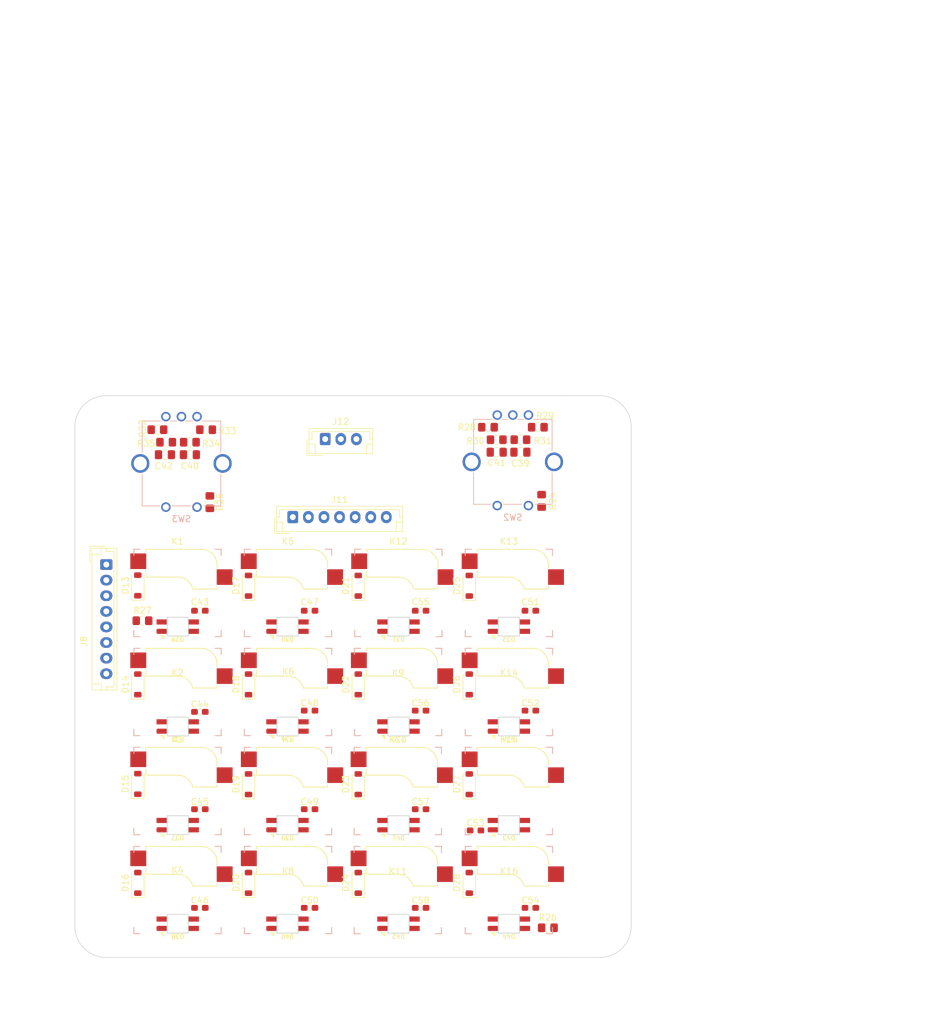
<source format=kicad_pcb>
(kicad_pcb (version 20221018) (generator pcbnew)
  (layers (0 "F.Cu" signal) (31 "B.Cu" signal) (34 "B.Paste" user) (35 "F.Paste" user) (36 "B.SilkS" user "B.Silkscreen") (37 "F.SilkS" user "F.Silkscreen") (38 "B.Mask" user) (39 "F.Mask" user) (44 "Edge.Cuts" user))
  (net 0 "")
  (footprint "Capacitor_SMD:C_0603_1608Metric_Pad1.08x0.95mm_HandSolder" (layer "F.Cu") (at 151.5028 109.185534)
    (fp_text reference "C56" (at 0 -1.2) (layer "F.SilkS"))
    (fp_text value "100n")
    (pad "1" smd roundrect (at -0.8625 0) (size 1.075 0.95) (layers "F.Cu" "F.Paste" "F.Mask"))
    (pad "2" smd roundrect (at 0.8625 0) (size 1.075 0.95) (layers "F.Cu" "F.Paste" "F.Mask"))
  )
  (footprint "Capacitor_SMD:C_0603_1608Metric_Pad1.08x0.95mm_HandSolder" (layer "F.Cu") (at 116.1028 93.185534)
    (fp_text reference "C43" (at 0 -1.4 180) (layer "F.SilkS"))
    (fp_text value "100n")
    (pad "1" smd roundrect (at -0.8625 0) (size 1.075 0.95) (layers "F.Cu" "F.Paste" "F.Mask"))
    (pad "2" smd roundrect (at 0.8625 0) (size 1.075 0.95) (layers "F.Cu" "F.Paste" "F.Mask"))
  )
  (footprint "Capacitor_SMD:C_0805_2012Metric_Pad1.18x1.45mm_HandSolder" (layer "F.Cu") (at 167.5028 67.785534)
    (fp_text reference "C39" (at 0 1.8) (layer "F.SilkS"))
    (fp_text value "100n")
    (pad "1" smd roundrect (at -1.0375 0) (size 1.175 1.45) (layers "F.Cu" "F.Paste" "F.Mask") (roundrect_rratio 0.212766))
    (pad "2" smd roundrect (at 1.0375 0) (size 1.175 1.45) (layers "F.Cu" "F.Paste" "F.Mask") (roundrect_rratio 0.212766))
  )
  (footprint "Resistor_SMD:R_0805_2012Metric_Pad1.20x1.40mm_HandSolder" (layer "F.Cu") (at 171.9028 143.985534)
    (fp_text reference "R26" (at 0 -1.65) (layer "F.SilkS"))
    (fp_text value "500")
    (pad "1" smd roundrect (at -1 0) (size 1.2 1.4) (layers "F.Cu" "F.Paste" "F.Mask") (roundrect_rratio 0.208333))
    (pad "2" smd roundrect (at 1 0) (size 1.2 1.4) (layers "F.Cu" "F.Paste" "F.Mask") (roundrect_rratio 0.208333))
  )
  (footprint "KicadFootprints:SK6812-MINI-E" (layer "F.Cu") (at 165.6528 111.735534 180)
    (fp_text reference "D36" (at 0 -2 180 unlocked) (layer "F.SilkS") (effects (font (size 0.7 0.7))))
    (fp_text value "SK6812MINI" hide)
    (fp_line (start -1.7 -1.5) (end 1.7 -1.5) (stroke (width 0.12)) (layer "Edge.Cuts"))
    (fp_line (start -1.7 1.5) (end -1.7 -1.5) (stroke (width 0.12)) (layer "Edge.Cuts"))
    (fp_line (start 1.7 -1.5) (end 1.7 1.5) (stroke (width 0.12)) (layer "Edge.Cuts"))
    (fp_line (start 1.7 1.5) (end -1.7 1.5) (stroke (width 0.12)) (layer "Edge.Cuts"))
    (pad "1" smd rect (at -2.55 0.75 180) (size 1.7 0.82) (layers "F.Cu" "F.Paste" "F.Mask"))
    (pad "2" smd rect (at -2.55 -0.75 180) (size 1.7 0.82) (layers "F.Cu" "F.Paste" "F.Mask"))
    (pad "3" smd roundrect (at 2.55 -0.75 180) (size 1.7 0.82) (layers "F.Cu" "F.Paste" "F.Mask"))
    (pad "4" smd rect (at 2.55 0.75 180) (size 1.7 0.82) (layers "F.Cu" "F.Paste" "F.Mask"))
  )
  (footprint "Capacitor_SMD:C_0805_2012Metric_Pad1.18x1.45mm_HandSolder" (layer "F.Cu") (at 163.7028 67.785534 180)
    (fp_text reference "C41" (at 0 -1.68) (layer "F.SilkS"))
    (fp_text value "100n")
    (pad "1" smd roundrect (at -1.0375 0 180) (size 1.175 1.45) (layers "F.Cu" "F.Paste" "F.Mask") (roundrect_rratio 0.212766))
    (pad "2" smd roundrect (at 1.0375 0 180) (size 1.175 1.45) (layers "F.Cu" "F.Paste" "F.Mask") (roundrect_rratio 0.212766))
  )
  (footprint "Diode_SMD:D_SOD-123" (layer "F.Cu") (at 159.3028 120.985534 90)
    (fp_text reference "D27" (at 0 -2 90) (layer "F.SilkS"))
    (fp_text value "1N4148")
    (pad "1" smd roundrect (at -1.65 0 90) (size 0.9 1.2) (layers "F.Cu" "F.Paste" "F.Mask"))
    (pad "2" smd roundrect (at 1.65 0 90) (size 0.9 1.2) (layers "F.Cu" "F.Paste" "F.Mask"))
  )
  (footprint "Resistor_SMD:R_0805_2012Metric_Pad1.20x1.40mm_HandSolder" (layer "F.Cu") (at 170.3028 63.785534 180)
    (fp_text reference "R29" (at -1.161666 1.85) (layer "F.SilkS"))
    (fp_text value "10K")
    (pad "1" smd roundrect (at -1 0 180) (size 1.2 1.4) (layers "F.Cu" "F.Paste" "F.Mask") (roundrect_rratio 0.208333))
    (pad "2" smd roundrect (at 1 0 180) (size 1.2 1.4) (layers "F.Cu" "F.Paste" "F.Mask") (roundrect_rratio 0.208333))
  )
  (footprint "Capacitor_SMD:C_0805_2012Metric_Pad1.18x1.45mm_HandSolder" (layer "F.Cu") (at 114.5028 68.185534)
    (fp_text reference "C40" (at 0 1.8) (layer "F.SilkS"))
    (fp_text value "100n")
    (pad "1" smd roundrect (at -1.0375 0) (size 1.175 1.45) (layers "F.Cu" "F.Paste" "F.Mask") (roundrect_rratio 0.212766))
    (pad "2" smd roundrect (at 1.0375 0) (size 1.175 1.45) (layers "F.Cu" "F.Paste" "F.Mask") (roundrect_rratio 0.212766))
  )
  (footprint "Resistor_SMD:R_0805_2012Metric_Pad1.20x1.40mm_HandSolder" (layer "F.Cu") (at 167.5028 65.785534 180)
    (fp_text reference "R31" (at -3.6 -0.2) (layer "F.SilkS"))
    (fp_text value "10K")
    (pad "1" smd roundrect (at -1 0 180) (size 1.2 1.4) (layers "F.Cu" "F.Paste" "F.Mask") (roundrect_rratio 0.208333))
    (pad "2" smd roundrect (at 1 0 180) (size 1.2 1.4) (layers "F.Cu" "F.Paste" "F.Mask") (roundrect_rratio 0.208333))
  )
  (footprint "Diode_SMD:D_SOD-123" (layer "F.Cu") (at 159.3028 89.185534 90)
    (fp_text reference "D25" (at 0 -2 90) (layer "F.SilkS"))
    (fp_text value "1N4148")
    (pad "1" smd roundrect (at -1.65 0 90) (size 0.9 1.2) (layers "F.Cu" "F.Paste" "F.Mask"))
    (pad "2" smd roundrect (at 1.65 0 90) (size 0.9 1.2) (layers "F.Cu" "F.Paste" "F.Mask"))
  )
  (footprint "Resistor_SMD:R_0805_2012Metric_Pad1.20x1.40mm_HandSolder" (layer "F.Cu") (at 162.3028 63.785534 180)
    (fp_text reference "R28" (at 3.4 0) (layer "F.SilkS"))
    (fp_text value "10K")
    (pad "1" smd roundrect (at -1 0 180) (size 1.2 1.4) (layers "F.Cu" "F.Paste" "F.Mask") (roundrect_rratio 0.208333))
    (pad "2" smd roundrect (at 1 0 180) (size 1.2 1.4) (layers "F.Cu" "F.Paste" "F.Mask") (roundrect_rratio 0.208333))
  )
  (footprint "Diode_SMD:D_SOD-123" (layer "F.Cu") (at 141.5028 104.985534 90)
    (fp_text reference "D22" (at 0 -2 90) (layer "F.SilkS"))
    (fp_text value "1N4148")
    (pad "1" smd roundrect (at -1.65 0 90) (size 0.9 1.2) (layers "F.Cu" "F.Paste" "F.Mask"))
    (pad "2" smd roundrect (at 1.65 0 90) (size 0.9 1.2) (layers "F.Cu" "F.Paste" "F.Mask"))
  )
  (footprint "Diode_SMD:D_SOD-123" (layer "F.Cu") (at 123.9028 104.985534 90)
    (fp_text reference "D18" (at 0 -2 90) (layer "F.SilkS"))
    (fp_text value "1N4148")
    (pad "1" smd roundrect (at -1.65 0 90) (size 0.9 1.2) (layers "F.Cu" "F.Paste" "F.Mask"))
    (pad "2" smd roundrect (at 1.65 0 90) (size 0.9 1.2) (layers "F.Cu" "F.Paste" "F.Mask"))
  )
  (footprint "KicadFootprints:SK6812-MINI-E" (layer "F.Cu") (at 147.9528 95.735534 180)
    (fp_text reference "D31" (at 0 -2 180 unlocked) (layer "F.SilkS") (effects (font (size 0.7 0.7))))
    (fp_text value "SK6812MINI" hide)
    (fp_line (start -1.7 -1.5) (end 1.7 -1.5) (stroke (width 0.12)) (layer "Edge.Cuts"))
    (fp_line (start -1.7 1.5) (end -1.7 -1.5) (stroke (width 0.12)) (layer "Edge.Cuts"))
    (fp_line (start 1.7 -1.5) (end 1.7 1.5) (stroke (width 0.12)) (layer "Edge.Cuts"))
    (fp_line (start 1.7 1.5) (end -1.7 1.5) (stroke (width 0.12)) (layer "Edge.Cuts"))
    (pad "1" smd rect (at -2.55 0.75 180) (size 1.7 0.82) (layers "F.Cu" "F.Paste" "F.Mask"))
    (pad "2" smd rect (at -2.55 -0.75 180) (size 1.7 0.82) (layers "F.Cu" "F.Paste" "F.Mask"))
    (pad "3" smd roundrect (at 2.55 -0.75 180) (size 1.7 0.82) (layers "F.Cu" "F.Paste" "F.Mask"))
    (pad "4" smd rect (at 2.55 0.75 180) (size 1.7 0.82) (layers "F.Cu" "F.Paste" "F.Mask"))
  )
  (footprint "Diode_SMD:D_SOD-123" (layer "F.Cu") (at 159.3028 136.785534 90)
    (fp_text reference "D28" (at 0 -2 90) (layer "F.SilkS"))
    (fp_text value "1N4148")
    (pad "1" smd roundrect (at -1.65 0 90) (size 0.9 1.2) (layers "F.Cu" "F.Paste" "F.Mask"))
    (pad "2" smd roundrect (at 1.65 0 90) (size 0.9 1.2) (layers "F.Cu" "F.Paste" "F.Mask"))
  )
  (footprint "KicadFootprints:SK6812-MINI-E" (layer "F.Cu") (at 147.9528 111.735534 180)
    (fp_text reference "D35" (at 0 -2 180 unlocked) (layer "F.SilkS") (effects (font (size 0.7 0.7))))
    (fp_text value "SK6812MINI" hide)
    (fp_line (start -1.7 -1.5) (end 1.7 -1.5) (stroke (width 0.12)) (layer "Edge.Cuts"))
    (fp_line (start -1.7 1.5) (end -1.7 -1.5) (stroke (width 0.12)) (layer "Edge.Cuts"))
    (fp_line (start 1.7 -1.5) (end 1.7 1.5) (stroke (width 0.12)) (layer "Edge.Cuts"))
    (fp_line (start 1.7 1.5) (end -1.7 1.5) (stroke (width 0.12)) (layer "Edge.Cuts"))
    (pad "1" smd rect (at -2.55 0.75 180) (size 1.7 0.82) (layers "F.Cu" "F.Paste" "F.Mask"))
    (pad "2" smd rect (at -2.55 -0.75 180) (size 1.7 0.82) (layers "F.Cu" "F.Paste" "F.Mask"))
    (pad "3" smd roundrect (at 2.55 -0.75 180) (size 1.7 0.82) (layers "F.Cu" "F.Paste" "F.Mask"))
    (pad "4" smd rect (at 2.55 0.75 180) (size 1.7 0.82) (layers "F.Cu" "F.Paste" "F.Mask"))
  )
  (footprint "Diode_SMD:D_SOD-123" (layer "F.Cu") (at 106.1528 89.135534 90)
    (fp_text reference "D13" (at 0 -2 90) (layer "F.SilkS"))
    (fp_text value "1N4148")
    (pad "1" smd roundrect (at -1.65 0 90) (size 0.9 1.2) (layers "F.Cu" "F.Paste" "F.Mask"))
    (pad "2" smd roundrect (at 1.65 0 90) (size 0.9 1.2) (layers "F.Cu" "F.Paste" "F.Mask"))
  )
  (footprint "MountingHole:MountingHole_3.2mm_M3_DIN965" (layer "F.Cu") (at 180.264466 143.735534)
    (fp_text reference "H7" hide)
    (fp_text value "MountingHole")
    (pad "" np_thru_hole circle (at 0 0) (size 3.2 3.2) (drill 3.2) (layers "*.Cu" "*.Mask"))
  )
  (footprint "KicadFootprints:SK6812-MINI-E" (layer "F.Cu") (at 130.1528 127.535534 180)
    (fp_text reference "D39" (at 0 -2 180 unlocked) (layer "F.SilkS") (effects (font (size 0.7 0.7))))
    (fp_text value "SK6812MINI" hide)
    (fp_line (start -1.7 -1.5) (end 1.7 -1.5) (stroke (width 0.12)) (layer "Edge.Cuts"))
    (fp_line (start -1.7 1.5) (end -1.7 -1.5) (stroke (width 0.12)) (layer "Edge.Cuts"))
    (fp_line (start 1.7 -1.5) (end 1.7 1.5) (stroke (width 0.12)) (layer "Edge.Cuts"))
    (fp_line (start 1.7 1.5) (end -1.7 1.5) (stroke (width 0.12)) (layer "Edge.Cuts"))
    (pad "1" smd rect (at -2.55 0.75 180) (size 1.7 0.82) (layers "F.Cu" "F.Paste" "F.Mask"))
    (pad "2" smd rect (at -2.55 -0.75 180) (size 1.7 0.82) (layers "F.Cu" "F.Paste" "F.Mask"))
    (pad "3" smd roundrect (at 2.55 -0.75 180) (size 1.7 0.82) (layers "F.Cu" "F.Paste" "F.Mask"))
    (pad "4" smd rect (at 2.55 0.75 180) (size 1.7 0.82) (layers "F.Cu" "F.Paste" "F.Mask"))
  )
  (footprint "Resistor_SMD:R_0805_2012Metric_Pad1.20x1.40mm_HandSolder" (layer "F.Cu") (at 117.7028 75.785534 -90)
    (fp_text reference "R25" (at 0 -1.65 90) (layer "F.SilkS"))
    (fp_text value "10K")
    (pad "1" smd roundrect (at -1 0 270) (size 1.2 1.4) (layers "F.Cu" "F.Paste" "F.Mask") (roundrect_rratio 0.208333))
    (pad "2" smd roundrect (at 1 0 270) (size 1.2 1.4) (layers "F.Cu" "F.Paste" "F.Mask") (roundrect_rratio 0.208333))
  )
  (footprint "KicadFootprints:SK6812-MINI-E" (layer "F.Cu") (at 165.6528 143.335534 180)
    (fp_text reference "D44" (at 0 -2 180 unlocked) (layer "F.SilkS") (effects (font (size 0.7 0.7))))
    (fp_text value "SK6812MINI" hide)
    (fp_line (start -1.7 -1.5) (end 1.7 -1.5) (stroke (width 0.12)) (layer "Edge.Cuts"))
    (fp_line (start -1.7 1.5) (end -1.7 -1.5) (stroke (width 0.12)) (layer "Edge.Cuts"))
    (fp_line (start 1.7 -1.5) (end 1.7 1.5) (stroke (width 0.12)) (layer "Edge.Cuts"))
    (fp_line (start 1.7 1.5) (end -1.7 1.5) (stroke (width 0.12)) (layer "Edge.Cuts"))
    (pad "1" smd rect (at -2.55 0.75 180) (size 1.7 0.82) (layers "F.Cu" "F.Paste" "F.Mask"))
    (pad "2" smd rect (at -2.55 -0.75 180) (size 1.7 0.82) (layers "F.Cu" "F.Paste" "F.Mask"))
    (pad "3" smd roundrect (at 2.55 -0.75 180) (size 1.7 0.82) (layers "F.Cu" "F.Paste" "F.Mask"))
    (pad "4" smd rect (at 2.55 0.75 180) (size 1.7 0.82) (layers "F.Cu" "F.Paste" "F.Mask"))
  )
  (footprint "Capacitor_SMD:C_0603_1608Metric_Pad1.08x0.95mm_HandSolder" (layer "F.Cu") (at 151.5028 124.985534)
    (fp_text reference "C57" (at 0 -1.2) (layer "F.SilkS"))
    (fp_text value "100n")
    (pad "1" smd roundrect (at -0.8625 0) (size 1.075 0.95) (layers "F.Cu" "F.Paste" "F.Mask"))
    (pad "2" smd roundrect (at 0.8625 0) (size 1.075 0.95) (layers "F.Cu" "F.Paste" "F.Mask"))
  )
  (footprint "Capacitor_SMD:C_0603_1608Metric_Pad1.08x0.95mm_HandSolder" (layer "F.Cu") (at 133.7028 93.185534)
    (fp_text reference "C47" (at 0 -1.4) (layer "F.SilkS"))
    (fp_text value "100n")
    (pad "1" smd roundrect (at -0.8625 0) (size 1.075 0.95) (layers "F.Cu" "F.Paste" "F.Mask"))
    (pad "2" smd roundrect (at 0.8625 0) (size 1.075 0.95) (layers "F.Cu" "F.Paste" "F.Mask"))
  )
  (footprint "Resistor_SMD:R_0805_2012Metric_Pad1.20x1.40mm_HandSolder" (layer "F.Cu") (at 170.9028 75.585534 -90)
    (fp_text reference "R24" (at 0 -1.8 90) (layer "F.SilkS"))
    (fp_text value "10K")
    (pad "1" smd roundrect (at -1 0 270) (size 1.2 1.4) (layers "F.Cu" "F.Paste" "F.Mask") (roundrect_rratio 0.208333))
    (pad "2" smd roundrect (at 1 0 270) (size 1.2 1.4) (layers "F.Cu" "F.Paste" "F.Mask") (roundrect_rratio 0.208333))
  )
  (footprint "Capacitor_SMD:C_0603_1608Metric_Pad1.08x0.95mm_HandSolder" (layer "F.Cu") (at 151.5028 140.785534)
    (fp_text reference "C58" (at 0 -1.2) (layer "F.SilkS"))
    (fp_text value "100n")
    (pad "1" smd roundrect (at -0.8625 0) (size 1.075 0.95) (layers "F.Cu" "F.Paste" "F.Mask"))
    (pad "2" smd roundrect (at 0.8625 0) (size 1.075 0.95) (layers "F.Cu" "F.Paste" "F.Mask"))
  )
  (footprint "KicadFootprints:SK6812-MINI-E" (layer "F.Cu") (at 130.1528 143.335534 180)
    (fp_text reference "D40" (at 0 -2 180 unlocked) (layer "F.SilkS") (effects (font (size 0.7 0.7))))
    (fp_text value "SK6812MINI" hide)
    (fp_line (start -1.7 -1.5) (end 1.7 -1.5) (stroke (width 0.12)) (layer "Edge.Cuts"))
    (fp_line (start -1.7 1.5) (end -1.7 -1.5) (stroke (width 0.12)) (layer "Edge.Cuts"))
    (fp_line (start 1.7 -1.5) (end 1.7 1.5) (stroke (width 0.12)) (layer "Edge.Cuts"))
    (fp_line (start 1.7 1.5) (end -1.7 1.5) (stroke (width 0.12)) (layer "Edge.Cuts"))
    (pad "1" smd rect (at -2.55 0.75 180) (size 1.7 0.82) (layers "F.Cu" "F.Paste" "F.Mask"))
    (pad "2" smd rect (at -2.55 -0.75 180) (size 1.7 0.82) (layers "F.Cu" "F.Paste" "F.Mask"))
    (pad "3" smd roundrect (at 2.55 -0.75 180) (size 1.7 0.82) (layers "F.Cu" "F.Paste" "F.Mask"))
    (pad "4" smd rect (at 2.55 0.75 180) (size 1.7 0.82) (layers "F.Cu" "F.Paste" "F.Mask"))
  )
  (footprint "Diode_SMD:D_SOD-123" (layer "F.Cu") (at 106.1528 136.785534 90)
    (fp_text reference "D16" (at 0 -2 90) (layer "F.SilkS"))
    (fp_text value "1N4148")
    (pad "1" smd roundrect (at -1.65 0 90) (size 0.9 1.2) (layers "F.Cu" "F.Paste" "F.Mask"))
    (pad "2" smd roundrect (at 1.65 0 90) (size 0.9 1.2) (layers "F.Cu" "F.Paste" "F.Mask"))
  )
  (footprint "Connector_JST:JST_EH_B8B-EH-A_1x08_P2.50mm_Vertical" (layer "F.Cu") (at 101.1028 85.785534 -90)
    (fp_text reference "J8" (at 12.3 3.6 90) (layer "F.SilkS"))
    (fp_text value "Matrix")
    (pad "1" thru_hole roundrect (at 0 0 270) (size 1.7 1.95) (drill 0.95) (layers "*.Cu" "*.Mask") (roundrect_rratio 0.147059))
    (pad "2" thru_hole oval (at 2.5 0 270) (size 1.7 1.95) (drill 0.95) (layers "*.Cu" "*.Mask"))
    (pad "3" thru_hole oval (at 5 0 270) (size 1.7 1.95) (drill 0.95) (layers "*.Cu" "*.Mask"))
    (pad "4" thru_hole oval (at 7.5 0 270) (size 1.7 1.95) (drill 0.95) (layers "*.Cu" "*.Mask"))
    (pad "5" thru_hole oval (at 10 0 270) (size 1.7 1.95) (drill 0.95) (layers "*.Cu" "*.Mask"))
    (pad "6" thru_hole oval (at 12.5 0 270) (size 1.7 1.95) (drill 0.95) (layers "*.Cu" "*.Mask"))
    (pad "7" thru_hole oval (at 15 0 270) (size 1.7 1.95) (drill 0.95) (layers "*.Cu" "*.Mask"))
    (pad "8" thru_hole oval (at 17.5 0 270) (size 1.7 1.95) (drill 0.95) (layers "*.Cu" "*.Mask"))
  )
  (footprint "KicadFootprints:SK6812-MINI-E" (layer "F.Cu") (at 112.5528 143.335534 180)
    (fp_text reference "D38" (at 0 -2 180 unlocked) (layer "F.SilkS") (effects (font (size 0.7 0.7))))
    (fp_text value "SK6812MINI" hide)
    (fp_line (start -1.7 -1.5) (end 1.7 -1.5) (stroke (width 0.12)) (layer "Edge.Cuts"))
    (fp_line (start -1.7 1.5) (end -1.7 -1.5) (stroke (width 0.12)) (layer "Edge.Cuts"))
    (fp_line (start 1.7 -1.5) (end 1.7 1.5) (stroke (width 0.12)) (layer "Edge.Cuts"))
    (fp_line (start 1.7 1.5) (end -1.7 1.5) (stroke (width 0.12)) (layer "Edge.Cuts"))
    (pad "1" smd rect (at -2.55 0.75 180) (size 1.7 0.82) (layers "F.Cu" "F.Paste" "F.Mask"))
    (pad "2" smd rect (at -2.55 -0.75 180) (size 1.7 0.82) (layers "F.Cu" "F.Paste" "F.Mask"))
    (pad "3" smd roundrect (at 2.55 -0.75 180) (size 1.7 0.82) (layers "F.Cu" "F.Paste" "F.Mask"))
    (pad "4" smd rect (at 2.55 0.75 180) (size 1.7 0.82) (layers "F.Cu" "F.Paste" "F.Mask"))
  )
  (footprint "Resistor_SMD:R_0805_2012Metric_Pad1.20x1.40mm_HandSolder" (layer "F.Cu") (at 117.1028 64.185534 180)
    (fp_text reference "R33" (at -3.4 -0.2) (layer "F.SilkS"))
    (fp_text value "10K")
    (pad "1" smd roundrect (at -1 0 180) (size 1.2 1.4) (layers "F.Cu" "F.Paste" "F.Mask") (roundrect_rratio 0.208333))
    (pad "2" smd roundrect (at 1 0 180) (size 1.2 1.4) (layers "F.Cu" "F.Paste" "F.Mask") (roundrect_rratio 0.208333))
  )
  (footprint "Capacitor_SMD:C_0603_1608Metric_Pad1.08x0.95mm_HandSolder" (layer "F.Cu") (at 169.1028 93.185534)
    (fp_text reference "C51" (at 0 -1.4) (layer "F.SilkS"))
    (fp_text value "100n")
    (pad "1" smd roundrect (at -0.8625 0) (size 1.075 0.95) (layers "F.Cu" "F.Paste" "F.Mask"))
    (pad "2" smd roundrect (at 0.8625 0) (size 1.075 0.95) (layers "F.Cu" "F.Paste" "F.Mask"))
  )
  (footprint "KicadFootprints:SK6812-MINI-E" (layer "F.Cu") (at 130.1528 111.735534 180)
    (fp_text reference "D34" (at 0 -2 180 unlocked) (layer "F.SilkS") (effects (font (size 0.7 0.7))))
    (fp_text value "SK6812MINI" hide)
    (fp_line (start -1.7 -1.5) (end 1.7 -1.5) (stroke (width 0.12)) (layer "Edge.Cuts"))
    (fp_line (start -1.7 1.5) (end -1.7 -1.5) (stroke (width 0.12)) (layer "Edge.Cuts"))
    (fp_line (start 1.7 -1.5) (end 1.7 1.5) (stroke (width 0.12)) (layer "Edge.Cuts"))
    (fp_line (start 1.7 1.5) (end -1.7 1.5) (stroke (width 0.12)) (layer "Edge.Cuts"))
    (pad "1" smd rect (at -2.55 0.75 180) (size 1.7 0.82) (layers "F.Cu" "F.Paste" "F.Mask"))
    (pad "2" smd rect (at -2.55 -0.75 180) (size 1.7 0.82) (layers "F.Cu" "F.Paste" "F.Mask"))
    (pad "3" smd roundrect (at 2.55 -0.75 180) (size 1.7 0.82) (layers "F.Cu" "F.Paste" "F.Mask"))
    (pad "4" smd rect (at 2.55 0.75 180) (size 1.7 0.82) (layers "F.Cu" "F.Paste" "F.Mask"))
  )
  (footprint "Resistor_SMD:R_0805_2012Metric_Pad1.20x1.40mm_HandSolder" (layer "F.Cu") (at 114.5028 66.185534 180)
    (fp_text reference "R35" (at 7 -0.2) (layer "F.SilkS"))
    (fp_text value "10K")
    (pad "1" smd roundrect (at -1 0 180) (size 1.2 1.4) (layers "F.Cu" "F.Paste" "F.Mask") (roundrect_rratio 0.208333))
    (pad "2" smd roundrect (at 1 0 180) (size 1.2 1.4) (layers "F.Cu" "F.Paste" "F.Mask") (roundrect_rratio 0.208333))
  )
  (footprint "Capacitor_SMD:C_0603_1608Metric_Pad1.08x0.95mm_HandSolder" (layer "F.Cu") (at 116.1028 140.785534)
    (fp_text reference "C46" (at 0 -1.2) (layer "F.SilkS"))
    (fp_text value "100n")
    (pad "1" smd roundrect (at -0.8625 0) (size 1.075 0.95) (layers "F.Cu" "F.Paste" "F.Mask"))
    (pad "2" smd roundrect (at 0.8625 0) (size 1.075 0.95) (layers "F.Cu" "F.Paste" "F.Mask"))
  )
  (footprint "Diode_SMD:D_SOD-123" (layer "F.Cu") (at 141.5028 89.185534 90)
    (fp_text reference "D21" (at 0 -2 90) (layer "F.SilkS"))
    (fp_text value "1N4148")
    (pad "1" smd roundrect (at -1.65 0 90) (size 0.9 1.2) (layers "F.Cu" "F.Paste" "F.Mask"))
    (pad "2" smd roundrect (at 1.65 0 90) (size 0.9 1.2) (layers "F.Cu" "F.Paste" "F.Mask"))
  )
  (footprint "KicadFootprints:SK6812-MINI-E" (layer "F.Cu") (at 112.5528 95.735534 180)
    (fp_text reference "D29" (at 0 -2 180 unlocked) (layer "F.SilkS") (effects (font (size 0.7 0.7))))
    (fp_text value "SK6812MINI" hide)
    (fp_line (start -1.7 -1.5) (end 1.7 -1.5) (stroke (width 0.12)) (layer "Edge.Cuts"))
    (fp_line (start -1.7 1.5) (end -1.7 -1.5) (stroke (width 0.12)) (layer "Edge.Cuts"))
    (fp_line (start 1.7 -1.5) (end 1.7 1.5) (stroke (width 0.12)) (layer "Edge.Cuts"))
    (fp_line (start 1.7 1.5) (end -1.7 1.5) (stroke (width 0.12)) (layer "Edge.Cuts"))
    (pad "1" smd rect (at -2.55 0.75 180) (size 1.7 0.82) (layers "F.Cu" "F.Paste" "F.Mask"))
    (pad "2" smd rect (at -2.55 -0.75 180) (size 1.7 0.82) (layers "F.Cu" "F.Paste" "F.Mask"))
    (pad "3" smd roundrect (at 2.55 -0.75 180) (size 1.7 0.82) (layers "F.Cu" "F.Paste" "F.Mask"))
    (pad "4" smd rect (at 2.55 0.75 180) (size 1.7 0.82) (layers "F.Cu" "F.Paste" "F.Mask"))
  )
  (footprint "KicadFootprints:SK6812-MINI-E" (layer "F.Cu") (at 165.6528 127.535534 180)
    (fp_text reference "D43" (at 0 -2 180 unlocked) (layer "F.SilkS") (effects (font (size 0.7 0.7))))
    (fp_text value "SK6812MINI" hide)
    (fp_line (start -1.7 -1.5) (end 1.7 -1.5) (stroke (width 0.12)) (layer "Edge.Cuts"))
    (fp_line (start -1.7 1.5) (end -1.7 -1.5) (stroke (width 0.12)) (layer "Edge.Cuts"))
    (fp_line (start 1.7 -1.5) (end 1.7 1.5) (stroke (width 0.12)) (layer "Edge.Cuts"))
    (fp_line (start 1.7 1.5) (end -1.7 1.5) (stroke (width 0.12)) (layer "Edge.Cuts"))
    (pad "1" smd rect (at -2.55 0.75 180) (size 1.7 0.82) (layers "F.Cu" "F.Paste" "F.Mask"))
    (pad "2" smd rect (at -2.55 -0.75 180) (size 1.7 0.82) (layers "F.Cu" "F.Paste" "F.Mask"))
    (pad "3" smd roundrect (at 2.55 -0.75 180) (size 1.7 0.82) (layers "F.Cu" "F.Paste" "F.Mask"))
    (pad "4" smd rect (at 2.55 0.75 180) (size 1.7 0.82) (layers "F.Cu" "F.Paste" "F.Mask"))
  )
  (footprint "MountingHole:MountingHole_3.2mm_M3_DIN965" (layer "F.Cu") (at 101.064466 63.735534)
    (fp_text reference "H5" hide)
    (fp_text value "MountingHole")
    (pad "" np_thru_hole circle (at 0 0) (size 3.2 3.2) (drill 3.2) (layers "*.Cu" "*.Mask"))
  )
  (footprint "Capacitor_SMD:C_0603_1608Metric_Pad1.08x0.95mm_HandSolder" (layer "F.Cu") (at 116.1028 124.985534)
    (fp_text reference "C45" (at 0 -1.2) (layer "F.SilkS"))
    (fp_text value "100n")
    (pad "1" smd roundrect (at -0.8625 0) (size 1.075 0.95) (layers "F.Cu" "F.Paste" "F.Mask"))
    (pad "2" smd roundrect (at 0.8625 0) (size 1.075 0.95) (layers "F.Cu" "F.Paste" "F.Mask"))
  )
  (footprint "MountingHole:MountingHole_3.2mm_M3_DIN965" (layer "F.Cu") (at 101.064466 143.735534)
    (fp_text reference "H8" hide)
    (fp_text value "MountingHole")
    (pad "" np_thru_hole circle (at 0 0) (size 3.2 3.2) (drill 3.2) (layers "*.Cu" "*.Mask"))
  )
  (footprint "KicadFootprints:SK6812-MINI-E" (layer "F.Cu") (at 112.5528 111.735534 180)
    (fp_text reference "D33" (at 0 -2 180 unlocked) (layer "F.SilkS") (effects (font (size 0.7 0.7))))
    (fp_text value "SK6812MINI" hide)
    (fp_line (start -1.7 -1.5) (end 1.7 -1.5) (stroke (width 0.12)) (layer "Edge.Cuts"))
    (fp_line (start -1.7 1.5) (end -1.7 -1.5) (stroke (width 0.12)) (layer "Edge.Cuts"))
    (fp_line (start 1.7 -1.5) (end 1.7 1.5) (stroke (width 0.12)) (layer "Edge.Cuts"))
    (fp_line (start 1.7 1.5) (end -1.7 1.5) (stroke (width 0.12)) (layer "Edge.Cuts"))
    (pad "1" smd rect (at -2.55 0.75 180) (size 1.7 0.82) (layers "F.Cu" "F.Paste" "F.Mask"))
    (pad "2" smd rect (at -2.55 -0.75 180) (size 1.7 0.82) (layers "F.Cu" "F.Paste" "F.Mask"))
    (pad "3" smd roundrect (at 2.55 -0.75 180) (size 1.7 0.82) (layers "F.Cu" "F.Paste" "F.Mask"))
    (pad "4" smd rect (at 2.55 0.75 180) (size 1.7 0.82) (layers "F.Cu" "F.Paste" "F.Mask"))
  )
  (footprint "Diode_SMD:D_SOD-123" (layer "F.Cu") (at 106.1528 104.985534 90)
    (fp_text reference "D14" (at 0 -2 90) (layer "F.SilkS"))
    (fp_text value "1N4148")
    (pad "1" smd roundrect (at -1.65 0 90) (size 0.9 1.2) (layers "F.Cu" "F.Paste" "F.Mask"))
    (pad "2" smd roundrect (at 1.65 0 90) (size 0.9 1.2) (layers "F.Cu" "F.Paste" "F.Mask"))
  )
  (footprint "Resistor_SMD:R_0805_2012Metric_Pad1.20x1.40mm_HandSolder" (layer "F.Cu") (at 106.9028 94.785534)
    (fp_text reference "R27" (at 0 -1.65) (layer "F.SilkS"))
    (fp_text value "500")
    (pad "1" smd roundrect (at -1 0) (size 1.2 1.4) (layers "F.Cu" "F.Paste" "F.Mask") (roundrect_rratio 0.208333))
    (pad "2" smd roundrect (at 1 0) (size 1.2 1.4) (layers "F.Cu" "F.Paste" "F.Mask") (roundrect_rratio 0.208333))
  )
  (footprint "KicadFootprints:SK6812-MINI-E" (layer "F.Cu") (at 112.5528 127.535534 180)
    (fp_text reference "D37" (at 0 -2 180 unlocked) (layer "F.SilkS") (effects (font (size 0.7 0.7))))
    (fp_text value "SK6812MINI" hide)
    (fp_line (start -1.7 -1.5) (end 1.7 -1.5) (stroke (width 0.12)) (layer "Edge.Cuts"))
    (fp_line (start -1.7 1.5) (end -1.7 -1.5) (stroke (width 0.12)) (layer "Edge.Cuts"))
    (fp_line (start 1.7 -1.5) (end 1.7 1.5) (stroke (width 0.12)) (layer "Edge.Cuts"))
    (fp_line (start 1.7 1.5) (end -1.7 1.5) (stroke (width 0.12)) (layer "Edge.Cuts"))
    (pad "1" smd rect (at -2.55 0.75 180) (size 1.7 0.82) (layers "F.Cu" "F.Paste" "F.Mask"))
    (pad "2" smd rect (at -2.55 -0.75 180) (size 1.7 0.82) (layers "F.Cu" "F.Paste" "F.Mask"))
    (pad "3" smd roundrect (at 2.55 -0.75 180) (size 1.7 0.82) (layers "F.Cu" "F.Paste" "F.Mask"))
    (pad "4" smd rect (at 2.55 0.75 180) (size 1.7 0.82) (layers "F.Cu" "F.Paste" "F.Mask"))
  )
  (footprint "KicadFootprints:SK6812-MINI-E" (layer "F.Cu") (at 130.1528 95.735534 180)
    (fp_text reference "D30" (at 0 -2 180 unlocked) (layer "F.SilkS") (effects (font (size 0.7 0.7))))
    (fp_text value "SK6812MINI" hide)
    (fp_line (start -1.7 -1.5) (end 1.7 -1.5) (stroke (width 0.12)) (layer "Edge.Cuts"))
    (fp_line (start -1.7 1.5) (end -1.7 -1.5) (stroke (width 0.12)) (layer "Edge.Cuts"))
    (fp_line (start 1.7 -1.5) (end 1.7 1.5) (stroke (width 0.12)) (layer "Edge.Cuts"))
    (fp_line (start 1.7 1.5) (end -1.7 1.5) (stroke (width 0.12)) (layer "Edge.Cuts"))
    (pad "1" smd rect (at -2.55 0.75 180) (size 1.7 0.82) (layers "F.Cu" "F.Paste" "F.Mask"))
    (pad "2" smd rect (at -2.55 -0.75 180) (size 1.7 0.82) (layers "F.Cu" "F.Paste" "F.Mask"))
    (pad "3" smd roundrect (at 2.55 -0.75 180) (size 1.7 0.82) (layers "F.Cu" "F.Paste" "F.Mask"))
    (pad "4" smd rect (at 2.55 0.75 180) (size 1.7 0.82) (layers "F.Cu" "F.Paste" "F.Mask"))
  )
  (footprint "Diode_SMD:D_SOD-123" (layer "F.Cu") (at 141.5028 136.785534 90)
    (fp_text reference "D24" (at 0 -2 90) (layer "F.SilkS"))
    (fp_text value "1N4148")
    (pad "1" smd roundrect (at -1.65 0 90) (size 0.9 1.2) (layers "F.Cu" "F.Paste" "F.Mask"))
    (pad "2" smd roundrect (at 1.65 0 90) (size 0.9 1.2) (layers "F.Cu" "F.Paste" "F.Mask"))
  )
  (footprint "Capacitor_SMD:C_0603_1608Metric_Pad1.08x0.95mm_HandSolder" (layer "F.Cu") (at 116.1028 109.385534)
    (fp_text reference "C44" (at 0 -1.2) (layer "F.SilkS"))
    (fp_text value "100n")
    (pad "1" smd roundrect (at -0.8625 0) (size 1.075 0.95) (layers "F.Cu" "F.Paste" "F.Mask"))
    (pad "2" smd roundrect (at 0.8625 0) (size 1.075 0.95) (layers "F.Cu" "F.Paste" "F.Mask"))
  )
  (footprint "Capacitor_SMD:C_0603_1608Metric_Pad1.08x0.95mm_HandSolder" (layer "F.Cu") (at 151.5028 93.185534)
    (fp_text reference "C55" (at 0 -1.43) (layer "F.SilkS"))
    (fp_text value "100n")
    (pad "1" smd roundrect (at -0.8625 0) (size 1.075 0.95) (layers "F.Cu" "F.Paste" "F.Mask"))
    (pad "2" smd roundrect (at 0.8625 0) (size 1.075 0.95) (layers "F.Cu" "F.Paste" "F.Mask"))
  )
  (footprint "KicadFootprints:SK6812-MINI-E" (layer "F.Cu") (at 147.9528 143.335534 180)
    (fp_text reference "D42" (at 0 -2 180 unlocked) (layer "F.SilkS") (effects (font (size 0.7 0.7))))
    (fp_text value "SK6812MINI" hide)
    (fp_line (start -1.7 -1.5) (end 1.7 -1.5) (stroke (width 0.12)) (layer "Edge.Cuts"))
    (fp_line (start -1.7 1.5) (end -1.7 -1.5) (stroke (width 0.12)) (layer "Edge.Cuts"))
    (fp_line (start 1.7 -1.5) (end 1.7 1.5) (stroke (width 0.12)) (layer "Edge.Cuts"))
    (fp_line (start 1.7 1.5) (end -1.7 1.5) (stroke (width 0.12)) (layer "Edge.Cuts"))
    (pad "1" smd rect (at -2.55 0.75 180) (size 1.7 0.82) (layers "F.Cu" "F.Paste" "F.Mask"))
    (pad "2" smd rect (at -2.55 -0.75 180) (size 1.7 0.82) (layers "F.Cu" "F.Paste" "F.Mask"))
    (pad "3" smd roundrect (at 2.55 -0.75 180) (size 1.7 0.82) (layers "F.Cu" "F.Paste" "F.Mask"))
    (pad "4" smd rect (at 2.55 0.75 180) (size 1.7 0.82) (layers "F.Cu" "F.Paste" "F.Mask"))
  )
  (footprint "KicadFootprints:SK6812-MINI-E" (layer "F.Cu") (at 147.9528 127.535534 180)
    (fp_text reference "D41" (at 0 -2 180 unlocked) (layer "F.SilkS") (effects (font (size 0.7 0.7))))
    (fp_text value "SK6812MINI" hide)
    (fp_line (start -1.7 -1.5) (end 1.7 -1.5) (stroke (width 0.12)) (layer "Edge.Cuts"))
    (fp_line (start -1.7 1.5) (end -1.7 -1.5) (stroke (width 0.12)) (layer "Edge.Cuts"))
    (fp_line (start 1.7 -1.5) (end 1.7 1.5) (stroke (width 0.12)) (layer "Edge.Cuts"))
    (fp_line (start 1.7 1.5) (end -1.7 1.5) (stroke (width 0.12)) (layer "Edge.Cuts"))
    (pad "1" smd rect (at -2.55 0.75 180) (size 1.7 0.82) (layers "F.Cu" "F.Paste" "F.Mask"))
    (pad "2" smd rect (at -2.55 -0.75 180) (size 1.7 0.82) (layers "F.Cu" "F.Paste" "F.Mask"))
    (pad "3" smd roundrect (at 2.55 -0.75 180) (size 1.7 0.82) (layers "F.Cu" "F.Paste" "F.Mask"))
    (pad "4" smd rect (at 2.55 0.75 180) (size 1.7 0.82) (layers "F.Cu" "F.Paste" "F.Mask"))
  )
  (footprint "Capacitor_SMD:C_0603_1608Metric_Pad1.08x0.95mm_HandSolder" (layer "F.Cu") (at 169.1028 140.785534)
    (fp_text reference "C54" (at 0 -1.2) (layer "F.SilkS"))
    (fp_text value "100n")
    (pad "1" smd roundrect (at -0.8625 0) (size 1.075 0.95) (layers "F.Cu" "F.Paste" "F.Mask"))
    (pad "2" smd roundrect (at 0.8625 0) (size 1.075 0.95) (layers "F.Cu" "F.Paste" "F.Mask"))
  )
  (footprint "Capacitor_SMD:C_0603_1608Metric_Pad1.08x0.95mm_HandSolder" (layer "F.Cu") (at 133.7028 124.985534)
    (fp_text reference "C49" (at 0 -1.2) (layer "F.SilkS"))
    (fp_text value "100n")
    (pad "1" smd roundrect (at -0.8625 0) (size 1.075 0.95) (layers "F.Cu" "F.Paste" "F.Mask"))
    (pad "2" smd roundrect (at 0.8625 0) (size 1.075 0.95) (layers "F.Cu" "F.Paste" "F.Mask"))
  )
  (footprint "Connector_JST:JST_EH_B3B-EH-A_1x03_P2.50mm_Vertical" (layer "F.Cu") (at 136.2028 65.685534)
    (fp_text reference "J12" (at 2.5 -2.8) (layer "F.SilkS"))
    (fp_text value "Power Connector")
    (pad "1" thru_hole roundrect (at 0 0) (size 1.7 1.95) (drill 0.95) (layers "*.Cu" "*.Mask") (roundrect_rratio 0.147059))
    (pad "2" thru_hole oval (at 2.5 0) (size 1.7 1.95) (drill 0.95) (layers "*.Cu" "*.Mask"))
    (pad "3" thru_hole oval (at 5 0) (size 1.7 1.95) (drill 0.95) (layers "*.Cu" "*.Mask"))
  )
  (footprint "Connector_JST:JST_EH_B7B-EH-A_1x07_P2.50mm_Vertical" (layer "F.Cu") (at 131.0028 78.185534)
    (fp_text reference "J11" (at 7.5 -2.8) (layer "F.SilkS"))
    (fp_text value "Encoders + LED")
    (pad "1" thru_hole roundrect (at 0 0) (size 1.7 1.95) (drill 0.95) (layers "*.Cu" "*.Mask") (roundrect_rratio 0.147059))
    (pad "2" thru_hole oval (at 2.5 0) (size 1.7 1.95) (drill 0.95) (layers "*.Cu" "*.Mask"))
    (pad "3" thru_hole oval (at 5 0) (size 1.7 1.95) (drill 0.95) (layers "*.Cu" "*.Mask"))
    (pad "4" thru_hole oval (at 7.5 0) (size 1.7 1.95) (drill 0.95) (layers "*.Cu" "*.Mask"))
    (pad "5" thru_hole oval (at 10 0) (size 1.7 1.95) (drill 0.95) (layers "*.Cu" "*.Mask"))
    (pad "6" thru_hole oval (at 12.5 0) (size 1.7 1.95) (drill 0.95) (layers "*.Cu" "*.Mask"))
    (pad "7" thru_hole oval (at 15 0) (size 1.7 1.95) (drill 0.95) (layers "*.Cu" "*.Mask"))
  )
  (footprint "MountingHole:MountingHole_3.2mm_M3_DIN965" (layer "F.Cu") (at 180.264466 63.735534)
    (fp_text reference "H6" hide)
    (fp_text value "MountingHole")
    (pad "" np_thru_hole circle (at 0 0) (size 3.2 3.2) (drill 3.2) (layers "*.Cu" "*.Mask"))
  )
  (footprint "Resistor_SMD:R_0805_2012Metric_Pad1.20x1.40mm_HandSolder" (layer "F.Cu") (at 163.7028 65.785534)
    (fp_text reference "R30" (at -3.4 0.2) (layer "F.SilkS"))
    (fp_text value "10K")
    (pad "1" smd roundrect (at -1 0) (size 1.2 1.4) (layers "F.Cu" "F.Paste" "F.Mask") (roundrect_rratio 0.208333))
    (pad "2" smd roundrect (at 1 0) (size 1.2 1.4) (layers "F.Cu" "F.Paste" "F.Mask") (roundrect_rratio 0.208333))
  )
  (footprint "Diode_SMD:D_SOD-123" (layer "F.Cu") (at 123.9028 89.185534 90)
    (fp_text reference "D17" (at 0 -2 90) (layer "F.SilkS"))
    (fp_text value "1N4148")
    (pad "1" smd roundrect (at -1.65 0 90) (size 0.9 1.2) (layers "F.Cu" "F.Paste" "F.Mask"))
    (pad "2" smd roundrect (at 1.65 0 90) (size 0.9 1.2) (layers "F.Cu" "F.Paste" "F.Mask"))
  )
  (footprint "Capacitor_SMD:C_0603_1608Metric_Pad1.08x0.95mm_HandSolder" (layer "F.Cu") (at 160.3028 128.385534 180)
    (fp_text reference "C53" (at 0 1.2) (layer "F.SilkS"))
    (fp_text value "100n")
    (pad "1" smd roundrect (at -0.8625 0 180) (size 1.075 0.95) (layers "F.Cu" "F.Paste" "F.Mask"))
    (pad "2" smd roundrect (at 0.8625 0 180) (size 1.075 0.95) (layers "F.Cu" "F.Paste" "F.Mask"))
  )
  (footprint "Diode_SMD:D_SOD-123" (layer "F.Cu") (at 123.9028 136.785534 90)
    (fp_text reference "D20" (at 0 -2 90) (layer "F.SilkS"))
    (fp_text value "1N4148")
    (pad "1" smd roundrect (at -1.65 0 90) (size 0.9 1.2) (layers "F.Cu" "F.Paste" "F.Mask"))
    (pad "2" smd roundrect (at 1.65 0 90) (size 0.9 1.2) (layers "F.Cu" "F.Paste" "F.Mask"))
  )
  (footprint "Resistor_SMD:R_0805_2012Metric_Pad1.20x1.40mm_HandSolder" (layer "F.Cu") (at 110.7028 66.185534)
    (fp_text reference "R34" (at 7.2 0.2) (layer "F.SilkS"))
    (fp_text value "10K")
    (pad "1" smd roundrect (at -1 0) (size 1.2 1.4) (layers "F.Cu" "F.Paste" "F.Mask") (roundrect_rratio 0.208333))
    (pad "2" smd roundrect (at 1 0) (size 1.2 1.4) (layers "F.Cu" "F.Paste" "F.Mask") (roundrect_rratio 0.208333))
  )
  (footprint "Capacitor_SMD:C_0603_1608Metric_Pad1.08x0.95mm_HandSolder" (layer "F.Cu") (at 169.1028 109.185534)
    (fp_text reference "C52" (at 0 -1.2) (layer "F.SilkS"))
    (fp_text value "100n")
    (pad "1" smd roundrect (at -0.8625 0) (size 1.075 0.95) (layers "F.Cu" "F.Paste" "F.Mask"))
    (pad "2" smd roundrect (at 0.8625 0) (size 1.075 0.95) (layers "F.Cu" "F.Paste" "F.Mask"))
  )
  (footprint "Resistor_SMD:R_0805_2012Metric_Pad1.20x1.40mm_HandSolder" (layer "F.Cu") (at 109.3028 64.185534)
    (fp_text reference "R32" (at -2.4 -0.2 90) (layer "F.SilkS"))
    (fp_text value "10K")
    (pad "1" smd roundrect (at -1 0) (size 1.2 1.4) (layers "F.Cu" "F.Paste" "F.Mask") (roundrect_rratio 0.208333))
    (pad "2" smd roundrect (at 1 0) (size 1.2 1.4) (layers "F.Cu" "F.Paste" "F.Mask") (roundrect_rratio 0.208333))
  )
  (footprint "Capacitor_SMD:C_0603_1608Metric_Pad1.08x0.95mm_HandSolder" (layer "F.Cu") (at 133.7028 140.785534)
    (fp_text reference "C50" (at 0 -1.2) (layer "F.SilkS"))
    (fp_text value "100n")
    (pad "1" smd roundrect (at -0.8625 0) (size 1.075 0.95) (layers "F.Cu" "F.Paste" "F.Mask"))
    (pad "2" smd roundrect (at 0.8625 0) (size 1.075 0.95) (layers "F.Cu" "F.Paste" "F.Mask"))
  )
  (footprint "KicadFootprints:SK6812-MINI-E" (layer "F.Cu") (at 165.6528 95.735534 180)
    (fp_text reference "D32" (at 0 -2 180 unlocked) (layer "F.SilkS") (effects (font (size 0.7 0.7))))
    (fp_text value "SK6812MINI" hide)
    (fp_line (start -1.7 -1.5) (end 1.7 -1.5) (stroke (width 0.12)) (layer "Edge.Cuts"))
    (fp_line (start -1.7 1.5) (end -1.7 -1.5) (stroke (width 0.12)) (layer "Edge.Cuts"))
    (fp_line (start 1.7 -1.5) (end 1.7 1.5) (stroke (width 0.12)) (layer "Edge.Cuts"))
    (fp_line (start 1.7 1.5) (end -1.7 1.5) (stroke (width 0.12)) (layer "Edge.Cuts"))
    (pad "1" smd rect (at -2.55 0.75 180) (size 1.7 0.82) (layers "F.Cu" "F.Paste" "F.Mask"))
    (pad "2" smd rect (at -2.55 -0.75 180) (size 1.7 0.82) (layers "F.Cu" "F.Paste" "F.Mask"))
    (pad "3" smd roundrect (at 2.55 -0.75 180) (size 1.7 0.82) (layers "F.Cu" "F.Paste" "F.Mask"))
    (pad "4" smd rect (at 2.55 0.75 180) (size 1.7 0.82) (layers "F.Cu" "F.Paste" "F.Mask"))
  )
  (footprint "Diode_SMD:D_SOD-123" (layer "F.Cu") (at 141.5028 120.985534 90)
    (fp_text reference "D23" (at 0 -2 90) (layer "F.SilkS"))
    (fp_text value "1N4148")
    (pad "1" smd roundrect (at -1.65 0 90) (size 0.9 1.2) (layers "F.Cu" "F.Paste" "F.Mask"))
    (pad "2" smd roundrect (at 1.65 0 90) (size 0.9 1.2) (layers "F.Cu" "F.Paste" "F.Mask"))
  )
  (footprint "Diode_SMD:D_SOD-123" (layer "F.Cu") (at 123.9028 120.985534 90)
    (fp_text reference "D19" (at 0 -2 90) (layer "F.SilkS"))
    (fp_text value "1N4148")
    (pad "1" smd roundrect (at -1.65 0 90) (size 0.9 1.2) (layers "F.Cu" "F.Paste" "F.Mask"))
    (pad "2" smd roundrect (at 1.65 0 90) (size 0.9 1.2) (layers "F.Cu" "F.Paste" "F.Mask"))
  )
  (footprint "Diode_SMD:D_SOD-123" (layer "F.Cu") (at 106.1528 120.935534 90)
    (fp_text reference "D15" (at 0 -2 90) (layer "F.SilkS"))
    (fp_text value "1N4148")
    (pad "1" smd roundrect (at -1.65 0 90) (size 0.9 1.2) (layers "F.Cu" "F.Paste" "F.Mask"))
    (pad "2" smd roundrect (at 1.65 0 90) (size 0.9 1.2) (layers "F.Cu" "F.Paste" "F.Mask"))
  )
  (footprint "Capacitor_SMD:C_0805_2012Metric_Pad1.18x1.45mm_HandSolder" (layer "F.Cu") (at 110.5028 68.185534 180)
    (fp_text reference "C42" (at 0.2 -1.8) (layer "F.SilkS"))
    (fp_text value "100n")
    (pad "1" smd roundrect (at -1.0375 0 180) (size 1.175 1.45) (layers "F.Cu" "F.Paste" "F.Mask") (roundrect_rratio 0.212766))
    (pad "2" smd roundrect (at 1.0375 0 180) (size 1.175 1.45) (layers "F.Cu" "F.Paste" "F.Mask") (roundrect_rratio 0.212766))
  )
  (footprint "Diode_SMD:D_SOD-123" (layer "F.Cu") (at 159.3028 104.985534 90)
    (fp_text reference "D26" (at 0 -2 90) (layer "F.SilkS"))
    (fp_text value "1N4148")
    (pad "1" smd roundrect (at -1.65 0 90) (size 0.9 1.2) (layers "F.Cu" "F.Paste" "F.Mask"))
    (pad "2" smd roundrect (at 1.65 0 90) (size 0.9 1.2) (layers "F.Cu" "F.Paste" "F.Mask"))
  )
  (footprint "Capacitor_SMD:C_0603_1608Metric_Pad1.08x0.95mm_HandSolder" (layer "F.Cu") (at 133.7028 109.185534)
    (fp_text reference "C48" (at 0 -1.2) (layer "F.SilkS"))
    (fp_text value "100n")
    (pad "1" smd roundrect (at -0.8625 0) (size 1.075 0.95) (layers "F.Cu" "F.Paste" "F.Mask"))
    (pad "2" smd roundrect (at 0.8625 0) (size 1.075 0.95) (layers "F.Cu" "F.Paste" "F.Mask"))
  )
  (footprint "KicadFootprints:Kailh_socket_MX_platemount" (layer "B.Cu") (at 165.6528 106.2022 180)
    (fp_text reference "K14" (at -0.011666 3.066666) (layer "F.SilkS"))
    (fp_text value "Kailh Hotswap Socket")
    (pad "" np_thru_hole circle (at -3.81 2.54 180) (size 3 3) (drill 3) (layers "*.Cu" "*.Mask"))
    (pad "" np_thru_hole circle (at 0 0 180) (size 3.9878 3.9878) (drill 3.9878) (layers "*.Cu" "*.Mask"))
    (pad "" np_thru_hole circle (at 2.54 5.08 180) (size 3 3) (drill 3) (layers "*.Cu" "*.Mask"))
    (pad "1" smd rect (at -7.56 2.54 180) (size 2.55 2.5) (layers "F.Cu" "F.Paste" "F.Mask"))
    (pad "2" smd rect (at 6.29 5.08 180) (size 2.55 2.5) (layers "F.Cu" "F.Paste" "F.Mask"))
  )
  (footprint "KicadFootprints:Kailh_socket_MX_platemount" (layer "B.Cu") (at 130.2428 106.2022 180)
    (fp_text reference "K6" (at -0.021666 3.266666) (layer "F.SilkS"))
    (fp_text value "Kailh Hotswap Socket")
    (pad "" np_thru_hole circle (at -3.81 2.54 180) (size 3 3) (drill 3) (layers "*.Cu" "*.Mask"))
    (pad "" np_thru_hole circle (at 0 0 180) (size 3.9878 3.9878) (drill 3.9878) (layers "*.Cu" "*.Mask"))
    (pad "" np_thru_hole circle (at 2.54 5.08 180) (size 3 3) (drill 3) (layers "*.Cu" "*.Mask"))
    (pad "1" smd rect (at -7.56 2.54 180) (size 2.55 2.5) (layers "F.Cu" "F.Paste" "F.Mask"))
    (pad "2" smd rect (at 6.29 5.08 180) (size 2.55 2.5) (layers "F.Cu" "F.Paste" "F.Mask"))
  )
  (footprint "KicadFootprints:Kailh_socket_MX_platemount" (layer "B.Cu") (at 112.5178 122.068866 180)
    (fp_text reference "K3" (at 0 8.255) (layer "F.SilkS"))
    (fp_text value "Kailh Hotswap Socket")
    (pad "" np_thru_hole circle (at -3.81 2.54 180) (size 3 3) (drill 3) (layers "*.Cu" "*.Mask"))
    (pad "" np_thru_hole circle (at 0 0 180) (size 3.9878 3.9878) (drill 3.9878) (layers "*.Cu" "*.Mask"))
    (pad "" np_thru_hole circle (at 2.54 5.08 180) (size 3 3) (drill 3) (layers "*.Cu" "*.Mask"))
    (pad "1" smd rect (at -7.56 2.54 180) (size 2.55 2.5) (layers "F.Cu" "F.Paste" "F.Mask"))
    (pad "2" smd rect (at 6.29 5.08 180) (size 2.55 2.5) (layers "F.Cu" "F.Paste" "F.Mask"))
  )
  (footprint "KicadFootprints:Kailh_socket_MX_platemount" (layer "B.Cu") (at 130.2428 122.068866 180)
    (fp_text reference "K7" (at 0 8.255) (layer "F.SilkS"))
    (fp_text value "Kailh Hotswap Socket")
    (pad "" np_thru_hole circle (at -3.81 2.54 180) (size 3 3) (drill 3) (layers "*.Cu" "*.Mask"))
    (pad "" np_thru_hole circle (at 0 0 180) (size 3.9878 3.9878) (drill 3.9878) (layers "*.Cu" "*.Mask"))
    (pad "" np_thru_hole circle (at 2.54 5.08 180) (size 3 3) (drill 3) (layers "*.Cu" "*.Mask"))
    (pad "1" smd rect (at -7.56 2.54 180) (size 2.55 2.5) (layers "F.Cu" "F.Paste" "F.Mask"))
    (pad "2" smd rect (at 6.29 5.08 180) (size 2.55 2.5) (layers "F.Cu" "F.Paste" "F.Mask"))
  )
  (footprint "KicadFootprints:Kailh_socket_MX_platemount" (layer "B.Cu") (at 112.5178 90.335534 180)
    (fp_text reference "K1" (at 0 8.255) (layer "F.SilkS"))
    (fp_text value "Kailh Hotswap Socket")
    (pad "" np_thru_hole circle (at -3.81 2.54 180) (size 3 3) (drill 3) (layers "*.Cu" "*.Mask"))
    (pad "" np_thru_hole circle (at 0 0 180) (size 3.9878 3.9878) (drill 3.9878) (layers "*.Cu" "*.Mask"))
    (pad "" np_thru_hole circle (at 2.54 5.08 180) (size 3 3) (drill 3) (layers "*.Cu" "*.Mask"))
    (pad "1" smd rect (at -7.56 2.54 180) (size 2.55 2.5) (layers "F.Cu" "F.Paste" "F.Mask"))
    (pad "2" smd rect (at 6.29 5.08 180) (size 2.55 2.5) (layers "F.Cu" "F.Paste" "F.Mask"))
  )
  (footprint "KicadFootprints:Kailh_socket_MX_platemount" (layer "B.Cu") (at 130.2428 137.935534 180)
    (fp_text reference "K8" (at 0 3) (layer "F.SilkS"))
    (fp_text value "Kailh Hotswap Socket")
    (pad "" np_thru_hole circle (at -3.81 2.54 180) (size 3 3) (drill 3) (layers "*.Cu" "*.Mask"))
    (pad "" np_thru_hole circle (at 0 0 180) (size 3.9878 3.9878) (drill 3.9878) (layers "*.Cu" "*.Mask"))
    (pad "" np_thru_hole circle (at 2.54 5.08 180) (size 3 3) (drill 3) (layers "*.Cu" "*.Mask"))
    (pad "1" smd rect (at -7.56 2.54 180) (size 2.55 2.5) (layers "F.Cu" "F.Paste" "F.Mask"))
    (pad "2" smd rect (at 6.29 5.08 180) (size 2.55 2.5) (layers "F.Cu" "F.Paste" "F.Mask"))
  )
  (footprint "KicadFootprints:Kailh_socket_MX_platemount" (layer "B.Cu") (at 130.229466 90.335534 180)
    (fp_text reference "K5" (at 0 8.255) (layer "F.SilkS"))
    (fp_text value "Kailh Hotswap Socket")
    (pad "" np_thru_hole circle (at -3.81 2.54 180) (size 3 3) (drill 3) (layers "*.Cu" "*.Mask"))
    (pad "" np_thru_hole circle (at 0 0 180) (size 3.9878 3.9878) (drill 3.9878) (layers "*.Cu" "*.Mask"))
    (pad "" np_thru_hole circle (at 2.54 5.08 180) (size 3 3) (drill 3) (layers "*.Cu" "*.Mask"))
    (pad "1" smd rect (at -7.56 2.54 180) (size 2.55 2.5) (layers "F.Cu" "F.Paste" "F.Mask"))
    (pad "2" smd rect (at 6.29 5.08 180) (size 2.55 2.5) (layers "F.Cu" "F.Paste" "F.Mask"))
  )
  (footprint "KicadFootprints:Kailh_socket_MX_platemount" (layer "B.Cu") (at 147.8428 122.068866 180)
    (fp_text reference "K10" (at 0 8.255) (layer "F.SilkS"))
    (fp_text value "Kailh Hotswap Socket")
    (pad "" np_thru_hole circle (at -3.81 2.54 180) (size 3 3) (drill 3) (layers "*.Cu" "*.Mask"))
    (pad "" np_thru_hole circle (at 0 0 180) (size 3.9878 3.9878) (drill 3.9878) (layers "*.Cu" "*.Mask"))
    (pad "" np_thru_hole circle (at 2.54 5.08 180) (size 3 3) (drill 3) (layers "*.Cu" "*.Mask"))
    (pad "1" smd rect (at -7.56 2.54 180) (size 2.55 2.5) (layers "F.Cu" "F.Paste" "F.Mask"))
    (pad "2" smd rect (at 6.29 5.08 180) (size 2.55 2.5) (layers "F.Cu" "F.Paste" "F.Mask"))
  )
  (footprint "KicadFootprints:Kailh_socket_MX_platemount" (layer "B.Cu") (at 147.8428 137.935534 180)
    (fp_text reference "K11" (at 0 3) (layer "F.SilkS"))
    (fp_text value "Kailh Hotswap Socket")
    (pad "" np_thru_hole circle (at -3.81 2.54 180) (size 3 3) (drill 3) (layers "*.Cu" "*.Mask"))
    (pad "" np_thru_hole circle (at 0 0 180) (size 3.9878 3.9878) (drill 3.9878) (layers "*.Cu" "*.Mask"))
    (pad "" np_thru_hole circle (at 2.54 5.08 180) (size 3 3) (drill 3) (layers "*.Cu" "*.Mask"))
    (pad "1" smd rect (at -7.56 2.54 180) (size 2.55 2.5) (layers "F.Cu" "F.Paste" "F.Mask"))
    (pad "2" smd rect (at 6.29 5.08 180) (size 2.55 2.5) (layers "F.Cu" "F.Paste" "F.Mask"))
  )
  (footprint "KicadFootprints:Kailh_socket_MX_platemount" (layer "B.Cu") (at 165.6528 122.068866 180)
    (fp_text reference "K15" (at 0 8.255) (layer "F.SilkS"))
    (fp_text value "Kailh Hotswap Socket")
    (pad "" np_thru_hole circle (at -3.81 2.54 180) (size 3 3) (drill 3) (layers "*.Cu" "*.Mask"))
    (pad "" np_thru_hole circle (at 0 0 180) (size 3.9878 3.9878) (drill 3.9878) (layers "*.Cu" "*.Mask"))
    (pad "" np_thru_hole circle (at 2.54 5.08 180) (size 3 3) (drill 3) (layers "*.Cu" "*.Mask"))
    (pad "1" smd rect (at -7.56 2.54 180) (size 2.55 2.5) (layers "F.Cu" "F.Paste" "F.Mask"))
    (pad "2" smd rect (at 6.29 5.08 180) (size 2.55 2.5) (layers "F.Cu" "F.Paste" "F.Mask"))
  )
  (footprint "KicadFootprints:Kailh_socket_MX_platemount" (layer "B.Cu") (at 147.891132 106.2022 180)
    (fp_text reference "K9" (at 0 3.066666) (layer "F.SilkS"))
    (fp_text value "Kailh Hotswap Socket")
    (pad "" np_thru_hole circle (at -3.81 2.54 180) (size 3 3) (drill 3) (layers "*.Cu" "*.Mask"))
    (pad "" np_thru_hole circle (at 0 0 180) (size 3.9878 3.9878) (drill 3.9878) (layers "*.Cu" "*.Mask"))
    (pad "" np_thru_hole circle (at 2.54 5.08 180) (size 3 3) (drill 3) (layers "*.Cu" "*.Mask"))
    (pad "1" smd rect (at -7.56 2.54 180) (size 2.55 2.5) (layers "F.Cu" "F.Paste" "F.Mask"))
    (pad "2" smd rect (at 6.29 5.08 180) (size 2.55 2.5) (layers "F.Cu" "F.Paste" "F.Mask"))
  )
  (footprint "KicadFootprints:Kailh_socket_MX_platemount" (layer "B.Cu") (at 112.5178 106.2022 180)
    (fp_text reference "K2" (at 0 3.066666) (layer "F.SilkS"))
    (fp_text value "Kailh Hotswap Socket")
    (pad "" np_thru_hole circle (at -3.81 2.54 180) (size 3 3) (drill 3) (layers "*.Cu" "*.Mask"))
    (pad "" np_thru_hole circle (at 0 0 180) (size 3.9878 3.9878) (drill 3.9878) (layers "*.Cu" "*.Mask"))
    (pad "" np_thru_hole circle (at 2.54 5.08 180) (size 3 3) (drill 3) (layers "*.Cu" "*.Mask"))
    (pad "1" smd rect (at -7.56 2.54 180) (size 2.55 2.5) (layers "F.Cu" "F.Paste" "F.Mask"))
    (pad "2" smd rect (at 6.29 5.08 180) (size 2.55 2.5) (layers "F.Cu" "F.Paste" "F.Mask"))
  )
  (footprint "KicadFootprints:Kailh_socket_MX_platemount" (layer "B.Cu") (at 112.5178 137.935534 180)
    (fp_text reference "K4" (at 0 3.2) (layer "F.SilkS"))
    (fp_text value "Kailh Hotswap Socket")
    (pad "" np_thru_hole circle (at -3.81 2.54 180) (size 3 3) (drill 3) (layers "*.Cu" "*.Mask"))
    (pad "" np_thru_hole circle (at 0 0 180) (size 3.9878 3.9878) (drill 3.9878) (layers "*.Cu" "*.Mask"))
    (pad "" np_thru_hole circle (at 2.54 5.08 180) (size 3 3) (drill 3) (layers "*.Cu" "*.Mask"))
    (pad "1" smd rect (at -7.56 2.54 180) (size 2.55 2.5) (layers "F.Cu" "F.Paste" "F.Mask"))
    (pad "2" smd rect (at 6.29 5.08 180) (size 2.55 2.5) (layers "F.Cu" "F.Paste" "F.Mask"))
  )
  (footprint "Rotary_Encoder:RotaryEncoder_Bourns_Vertical_PEC12R-3xxxF-Sxxxx" (layer "B.Cu") (at 163.7878 61.835534 -90)
    (fp_text reference "SW2" (at 16.4 -2.5 -360) (layer "B.SilkS") (effects (justify mirror)))
    (fp_text value "EC11 Encoder")
    (pad "A" thru_hole circle (at 0 0) (size 1.524 1.524) (drill 1) (layers "*.Cu" "*.Mask"))
    (pad "B" thru_hole circle (at 0 -5) (size 1.524 1.524) (drill 1) (layers "*.Cu" "*.Mask"))
    (pad "C" thru_hole circle (at 0 -2.5) (size 1.524 1.524) (drill 1) (layers "*.Cu" "*.Mask"))
    (pad "S1" thru_hole circle (at 14.5 0) (size 1.524 1.524) (drill 1) (layers "*.Cu" "*.Mask"))
    (pad "S2" thru_hole circle (at 14.5 -5) (size 1.524 1.524) (drill 1) (layers "*.Cu" "*.Mask"))
    (pad "SH" thru_hole oval (at 7.5 -9.1) (size 2.9 3) (drill oval 2.1 2.2) (layers "*.Cu" "*.Mask"))
    (pad "SH" thru_hole oval (at 7.5 4.1) (size 2.9 3) (drill oval 2.1 2.2) (layers "*.Cu" "*.Mask"))
  )
  (footprint "KicadFootprints:Kailh_socket_MX_platemount" (layer "B.Cu") (at 165.6528 90.335534 180)
    (fp_text reference "K13" (at 0 8.255) (layer "F.SilkS"))
    (fp_text value "Kailh Hotswap Socket")
    (pad "" np_thru_hole circle (at -3.81 2.54 180) (size 3 3) (drill 3) (layers "*.Cu" "*.Mask"))
    (pad "" np_thru_hole circle (at 0 0 180) (size 3.9878 3.9878) (drill 3.9878) (layers "*.Cu" "*.Mask"))
    (pad "" np_thru_hole circle (at 2.54 5.08 180) (size 3 3) (drill 3) (layers "*.Cu" "*.Mask"))
    (pad "1" smd rect (at -7.56 2.54 180) (size 2.55 2.5) (layers "F.Cu" "F.Paste" "F.Mask"))
    (pad "2" smd rect (at 6.29 5.08 180) (size 2.55 2.5) (layers "F.Cu" "F.Paste" "F.Mask"))
  )
  (footprint "Rotary_Encoder:RotaryEncoder_Bourns_Vertical_PEC12R-3xxxF-Sxxxx" (layer "B.Cu") (at 110.6528 62.085534 -90)
    (fp_text reference "SW3" (at 16.4 -2.5 -360) (layer "B.SilkS") (effects (justify mirror)))
    (fp_text value "EC11 Encoder")
    (pad "A" thru_hole circle (at 0 0) (size 1.524 1.524) (drill 1) (layers "*.Cu" "*.Mask"))
    (pad "B" thru_hole circle (at 0 -5) (size 1.524 1.524) (drill 1) (layers "*.Cu" "*.Mask"))
    (pad "C" thru_hole circle (at 0 -2.5) (size 1.524 1.524) (drill 1) (layers "*.Cu" "*.Mask"))
    (pad "S1" thru_hole circle (at 14.5 0) (size 1.524 1.524) (drill 1) (layers "*.Cu" "*.Mask"))
    (pad "S2" thru_hole circle (at 14.5 -5) (size 1.524 1.524) (drill 1) (layers "*.Cu" "*.Mask"))
    (pad "SH" thru_hole oval (at 7.5 -9.1) (size 2.9 3) (drill oval 2.1 2.2) (layers "*.Cu" "*.Mask"))
    (pad "SH" thru_hole oval (at 7.5 4.1) (size 2.9 3) (drill oval 2.1 2.2) (layers "*.Cu" "*.Mask"))
  )
  (footprint "KicadFootprints:Kailh_socket_MX_platemount" (layer "B.Cu") (at 165.6528 137.935534 180)
    (fp_text reference "K16" (at -0.011666 3) (layer "F.SilkS"))
    (fp_text value "Kailh Hotswap Socket")
    (pad "" np_thru_hole circle (at -3.81 2.54 180) (size 3 3) (drill 3) (layers "*.Cu" "*.Mask"))
    (pad "" np_thru_hole circle (at 0 0 180) (size 3.9878 3.9878) (drill 3.9878) (layers "*.Cu" "*.Mask"))
    (pad "" np_thru_hole circle (at 2.54 5.08 180) (size 3 3) (drill 3) (layers "*.Cu" "*.Mask"))
    (pad "1" smd rect (at -7.56 2.54 180) (size 2.55 2.5) (layers "F.Cu" "F.Paste" "F.Mask"))
    (pad "2" smd rect (at 6.29 5.08 180) (size 2.55 2.5) (layers "F.Cu" "F.Paste" "F.Mask"))
  )
  (footprint "KicadFootprints:Kailh_socket_MX_platemount" (layer "B.Cu") (at 147.941132 90.335534 180)
    (fp_text reference "K12" (at 0 8.255) (layer "F.SilkS"))
    (fp_text value "Kailh Hotswap Socket")
    (pad "" np_thru_hole circle (at -3.81 2.54 180) (size 3 3) (drill 3) (layers "*.Cu" "*.Mask"))
    (pad "" np_thru_hole circle (at 0 0 180) (size 3.9878 3.9878) (drill 3.9878) (layers "*.Cu" "*.Mask"))
    (pad "" np_thru_hole circle (at 2.54 5.08 180) (size 3 3) (drill 3) (layers "*.Cu" "*.Mask"))
    (pad "1" smd rect (at -7.56 2.54 180) (size 2.55 2.5) (layers "F.Cu" "F.Paste" "F.Mask"))
    (pad "2" smd rect (at 6.29 5.08 180) (size 2.55 2.5) (layers "F.Cu" "F.Paste" "F.Mask"))
  )
  (gr_arc (start 185.264466 143.735534) (mid 183.8 147.271068) (end 180.264466 148.735534) (stroke (width 0.1)) (layer "Edge.Cuts"))
  (gr_arc (start 180.264466 58.735534) (mid 183.8 60.2) (end 185.264466 63.735534) (stroke (width 0.1)) (layer "Edge.Cuts"))
  (gr_line (start 185.264466 143.735534) (end 185.264466 63.735534) (stroke (width 0.1)) (layer "Edge.Cuts"))
  (gr_arc (start 96.064466 63.735534) (mid 97.528932 60.2) (end 101.064466 58.735534) (stroke (width 0.1)) (layer "Edge.Cuts"))
  (gr_line (start 96.064466 63.735534) (end 96.064466 143.735534) (stroke (width 0.1)) (layer "Edge.Cuts"))
  (gr_arc (start 101.064466 148.735534) (mid 97.528932 147.271068) (end 96.064466 143.735534) (stroke (width 0.1)) (layer "Edge.Cuts"))
  (gr_line (start 101.064466 148.735534) (end 174.664466 148.735534) (stroke (width 0.1)) (layer "Edge.Cuts"))
  (gr_line (start 174.664466 58.735534) (end 101.064466 58.735534) (stroke (width 0.1)) (layer "Edge.Cuts"))
  (gr_line (start 174.664466 148.735534) (end 180.264466 148.735534) (stroke (width 0.1)) (layer "Edge.Cuts"))
  (gr_line (start 174.664466 58.735534) (end 180.264466 58.735534) (stroke (width 0.1)) (layer "Edge.Cuts"))
)
</source>
